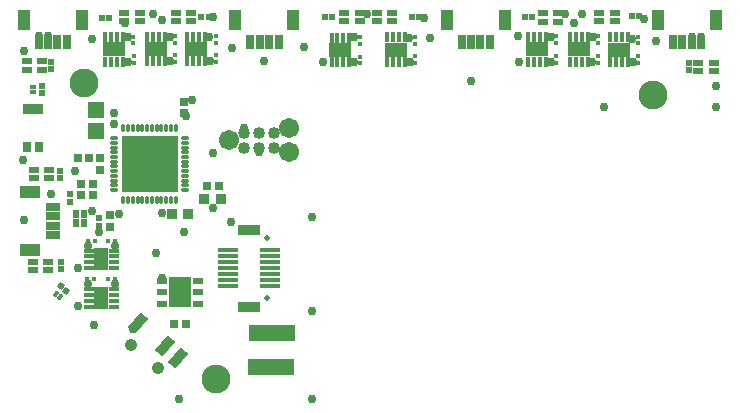
<source format=gts>
%FSTAX23Y23*%
%MOIN*%
%SFA1B1*%

%IPPOS*%
%AMD57*
4,1,4,0.013800,0.000900,-0.000900,0.013800,-0.013800,-0.000900,0.000900,-0.013800,0.013800,0.000900,0.0*
%
%AMD58*
4,1,4,-0.011600,-0.002800,-0.001200,-0.011900,0.011600,0.002800,0.001200,0.011900,-0.011600,-0.002800,0.0*
%
%AMD66*
4,1,4,0.008800,0.035500,-0.033900,-0.013500,-0.008800,-0.035500,0.033900,0.013500,0.008800,0.035500,0.0*
%
%ADD52R,0.156000X0.056000*%
%ADD53R,0.025680X0.045370*%
%ADD54R,0.041430X0.068990*%
%ADD55R,0.033560X0.021750*%
%ADD56R,0.056000X0.056000*%
G04~CAMADD=57~10~0.0~197.8~0.0~0.0~0.0~0.0~0~0.0~0.0~0.0~0.0~0~0.0~0.0~0.0~0.0~0~0.0~0.0~0.0~318.9~197.8~0.0*
%ADD57D57*%
G04~CAMADD=58~9~0.0~0.0~138.7~197.8~0.0~0.0~0~0.0~0.0~0.0~0.0~0~0.0~0.0~0.0~0.0~0~0.0~0.0~0.0~138.9~232.0~237.0*
%ADD58D58*%
%ADD59R,0.019780X0.019780*%
%ADD60R,0.019780X0.019780*%
%ADD61R,0.068990X0.037500*%
%ADD62R,0.031590X0.037500*%
%ADD63R,0.072930X0.045370*%
%ADD64R,0.017810X0.033560*%
%ADD65R,0.017810X0.016630*%
G04~CAMADD=66~9~0.0~0.0~650.6~335.6~0.0~0.0~0~0.0~0.0~0.0~0.0~0~0.0~0.0~0.0~0.0~0~0.0~0.0~0.0~48.9~678.0~709.0*
%ADD66D66*%
%ADD67R,0.074900X0.104430*%
%ADD68R,0.037500X0.021750*%
%ADD69R,0.068990X0.017810*%
%ADD70R,0.076870X0.037500*%
%ADD71R,0.033560X0.017810*%
%ADD72R,0.045370X0.072930*%
%ADD73R,0.016630X0.017810*%
%ADD74R,0.029620X0.025680*%
%ADD75C,0.039980*%
%ADD76R,0.068990X0.041430*%
%ADD77R,0.045370X0.025680*%
%ADD78R,0.022530X0.024110*%
%ADD79R,0.024500X0.026470*%
%ADD80R,0.025680X0.029620*%
%ADD81R,0.031590X0.025680*%
%ADD82R,0.035530X0.037500*%
%ADD83R,0.191040X0.191040*%
%ADD84O,0.013870X0.031590*%
%ADD85O,0.031590X0.013870*%
%ADD86R,0.019780X0.013870*%
%ADD87C,0.096000*%
%ADD88C,0.041430*%
%ADD89C,0.018800*%
%ADD90C,0.067020*%
%ADD91C,0.030000*%
%ADD92C,0.036000*%
%LNdextrems_v1-1*%
%LPD*%
G54D52*
X00852Y-01197D03*
X00853Y-01085D03*
G54D53*
X00171Y-00116D03*
X00139D03*
X00108D03*
X00076D03*
X02191D03*
X02222D03*
X02254D03*
X02285D03*
X0158D03*
X01549D03*
X01517D03*
X01486D03*
X00876D03*
X00844D03*
X00813D03*
X00781D03*
G54D54*
X0022Y-00041D03*
X00027D03*
X02142D03*
X02335D03*
X0163D03*
X01437D03*
X00925D03*
X00732D03*
G54D55*
X00038Y-0018D03*
Y-00208D03*
X00089Y-0018D03*
Y-00208D03*
X02275Y-00185D03*
Y-00212D03*
X02326Y-00185D03*
Y-00212D03*
X01758Y-00019D03*
Y-00047D03*
X01809Y-00019D03*
Y-00047D03*
X00584Y-00046D03*
Y-00018D03*
X00533Y-00046D03*
Y-00018D03*
X01146Y-00045D03*
Y-00017D03*
X01095Y-00045D03*
Y-00017D03*
X00413Y-00045D03*
Y-00017D03*
X00362Y-00045D03*
Y-00017D03*
X00109Y-00875D03*
Y-00848D03*
X00058Y-00875D03*
Y-00848D03*
X0006Y-00542D03*
Y-00569D03*
X00111Y-00542D03*
Y-00569D03*
X01997Y-00045D03*
Y-00017D03*
X01945Y-00045D03*
Y-00017D03*
X01255Y-00045D03*
Y-00017D03*
X01204Y-00045D03*
Y-00017D03*
G54D56*
X00268Y-00343D03*
X00269Y-00412D03*
G54D57*
X00169Y-00944D03*
X00151Y-00928D03*
G54D58*
X00146Y-00964D03*
X00134Y-00954D03*
G54D59*
X02244Y-00209D03*
Y-00186D03*
X00119Y-00206D03*
Y-00182D03*
X00151Y-00873D03*
Y-0085D03*
X00148Y-00567D03*
Y-00544D03*
X00088Y-00261D03*
Y-00285D03*
G54D60*
X01721Y-00033D03*
X01697D03*
X00619Y-00031D03*
X00643D03*
X01054D03*
X01031D03*
X00311Y-00034D03*
X00288D03*
X02054Y-00029D03*
X02077D03*
X0132Y-00031D03*
X01344D03*
G54D61*
X00057Y-00338D03*
G54D62*
X00076Y-00464D03*
X00038D03*
G54D63*
X00329Y-0014D03*
X00602Y-00139D03*
X01082Y-00142D03*
X01268Y-00142D03*
X01876Y-0014D03*
X0201Y-00141D03*
X01739Y-0014D03*
X00468Y-00139D03*
G54D64*
X00359Y-00181D03*
X00339D03*
X00319D03*
X00299D03*
Y-00099D03*
X00319D03*
X00339D03*
X00359D03*
X00631Y-00098D03*
X00611D03*
X00592D03*
X00572D03*
Y-0018D03*
X00592D03*
X00611D03*
X00631D03*
X01112Y-00183D03*
X01092D03*
X01072D03*
X01053D03*
Y-00101D03*
X01072D03*
X01092D03*
X01112D03*
X01297Y-00183D03*
X01277D03*
X01258D03*
X01238D03*
Y-001D03*
X01258D03*
X01277D03*
X01297D03*
X01906Y-00098D03*
X01886D03*
X01867D03*
X01847D03*
Y-00181D03*
X01867D03*
X01886D03*
X01906D03*
X0204Y-001D03*
X0202D03*
X02001D03*
X01981D03*
Y-00183D03*
X02001D03*
X0202D03*
X0204D03*
X01768Y-00098D03*
X01749D03*
X01729D03*
X01709D03*
Y-00181D03*
X01729D03*
X01749D03*
X01768D03*
X00497Y-00098D03*
X00477D03*
X00458D03*
X00438D03*
Y-0018D03*
X00458D03*
X00477D03*
X00497D03*
G54D65*
X00666Y-00096D03*
Y-00118D03*
Y-00183D03*
Y-0016D03*
X01146Y-00164D03*
Y-00186D03*
Y-00099D03*
Y-00122D03*
X01332Y-00121D03*
Y-00098D03*
X00532Y-00095D03*
Y-00118D03*
X02075Y-0012D03*
Y-00098D03*
X00532Y-00183D03*
Y-0016D03*
X01332Y-00185D03*
Y-00163D03*
X02075Y-00185D03*
Y-00163D03*
X01802Y-00119D03*
Y-00096D03*
X0194Y-00119D03*
Y-00096D03*
Y-00184D03*
Y-00161D03*
X01802Y-00184D03*
Y-00161D03*
X00392Y-00097D03*
Y-0012D03*
X00393Y-00186D03*
Y-00163D03*
G54D66*
X00407Y-01052D03*
X00496Y-0113D03*
X0054Y-01169D03*
G54D67*
X00549Y-0095D03*
G54D68*
X00489Y-00987D03*
Y-0095D03*
Y-00912D03*
X00608D03*
Y-0095D03*
Y-00987D03*
G54D69*
X00708Y-0081D03*
X00849D03*
X00708Y-00829D03*
X00849D03*
X00708Y-00849D03*
X00849D03*
X00708Y-00869D03*
X00849D03*
X00708Y-00889D03*
X00849D03*
X00708Y-00908D03*
X00849D03*
X00708Y-00928D03*
X00849D03*
G54D70*
X00779Y-00741D03*
Y-00997D03*
G54D71*
X00243Y-00938D03*
Y-00958D03*
Y-00978D03*
Y-00997D03*
X00326D03*
Y-00978D03*
Y-00958D03*
Y-00938D03*
X00244Y-00811D03*
Y-0083D03*
Y-0085D03*
Y-0087D03*
X00326D03*
Y-0085D03*
Y-0083D03*
Y-00811D03*
G54D72*
X00285Y-00968D03*
X00285Y-0084D03*
G54D73*
X00239Y-00904D03*
X00262D03*
X00331D03*
X00308D03*
X00241Y-00777D03*
X00263D03*
X0033D03*
X00308D03*
G54D74*
X00568Y-01054D03*
X00529D03*
X00218Y-00625D03*
X00258D03*
Y-0059D03*
X00218D03*
X00676Y-00596D03*
X00636D03*
G54D75*
X00761Y-00467D03*
Y-00417D03*
X00811Y-00467D03*
Y-00417D03*
X00861Y-00467D03*
Y-00417D03*
G54D76*
X00049Y-00808D03*
Y-00615D03*
G54D77*
X00124Y-00759D03*
Y-00727D03*
Y-00696D03*
Y-00664D03*
G54D78*
X00278Y-00701D03*
Y-00727D03*
X0018Y-00647D03*
Y-00622D03*
G54D79*
X00202Y-00687D03*
Y-0072D03*
X00228D03*
Y-00687D03*
G54D80*
X00315Y-00692D03*
Y-00732D03*
X00281Y-00502D03*
Y-00542D03*
X00561Y-00314D03*
Y-00353D03*
G54D81*
X00244Y-00502D03*
X00206D03*
G54D82*
X00629Y-00637D03*
X00683D03*
X00574Y-00688D03*
X00521D03*
G54D83*
X00446Y-00522D03*
G54D84*
X00533Y-00641D03*
X00517D03*
X00501D03*
X00485D03*
X0047D03*
X00454D03*
X00438D03*
X00422D03*
X00407D03*
X00391D03*
X00375D03*
X00359D03*
Y-00403D03*
X00375D03*
X00391D03*
X00407D03*
X00422D03*
X00438D03*
X00454D03*
X0047D03*
X00485D03*
X00501D03*
X00517D03*
X00533D03*
G54D85*
X00327Y-00609D03*
Y-00593D03*
Y-00577D03*
Y-00561D03*
Y-00546D03*
Y-0053D03*
Y-00514D03*
Y-00498D03*
Y-00483D03*
Y-00467D03*
Y-00451D03*
Y-00435D03*
X00565D03*
Y-00451D03*
Y-00467D03*
Y-00483D03*
Y-00498D03*
Y-00514D03*
Y-0053D03*
Y-00546D03*
Y-00561D03*
Y-00577D03*
Y-00593D03*
Y-00609D03*
G54D86*
X00057Y-00265D03*
Y-00281D03*
G54D87*
X00227Y-00251D03*
X00668Y-01237D03*
X02124Y-00291D03*
G54D88*
X00384Y-01124D03*
X00473Y-01201D03*
G54D89*
X00838Y-00768D03*
Y-00969D03*
G54D90*
X00711Y-00442D03*
X00911Y-00482D03*
Y-00402D03*
G54D91*
X00118Y-00622D03*
X00718Y-00716D03*
X00469Y-0082D03*
X00562Y-00749D03*
X02335Y-00261D03*
X01961Y-00333D03*
X02335Y-00332D03*
X01516Y-00246D03*
X0072Y-00134D03*
X00961Y-00133D03*
X00828Y-00178D03*
X00029Y-00145D03*
X00027Y-0071D03*
X00986Y-00697D03*
Y-01011D03*
Y-01304D03*
X00543D03*
X00262Y-01059D03*
X00761Y-00402D03*
X00196Y-00544D03*
X01785Y-001D03*
X00208Y-00994D03*
X00328Y-00388D03*
X02093Y-00037D03*
X02054Y-00104D03*
X02285Y-00098D03*
X02254Y-00097D03*
X02135Y-00113D03*
X01889Y-00021D03*
X01832Y-00021D03*
X01674Y-00096D03*
X01382Y-00103D03*
X01757Y-0014D03*
X0136Y-00035D03*
X01679Y-00181D03*
X01312Y-00102D03*
X01287Y-00142D03*
X01251Y-00142D03*
X011Y-00142D03*
X01067D03*
X01172Y-00021D03*
X01129Y-001D03*
X00364Y-00053D03*
X00656Y-00033D03*
X00458Y-00021D03*
X00489Y-00043D03*
X00253Y-00106D03*
X0033Y-00923D03*
X00331Y-00794D03*
X00025Y-00507D03*
X00253Y-00677D03*
X00346Y-0014D03*
X00645Y-001D03*
X00586Y-00139D03*
X00619Y-00139D03*
X00278Y-0075D03*
X00209Y-0087D03*
X02028Y-0014D03*
X01995Y-0014D03*
X01895Y-0014D03*
X01859D03*
X00485Y-00139D03*
X00451D03*
X00548Y-00975D03*
Y-00925D03*
X00284Y-00825D03*
X01023Y-00182D03*
X01313D03*
X00489Y-00902D03*
X00586Y-00309D03*
X00811Y-00482D03*
X00656Y-00485D03*
X00327Y-00353D03*
X0039Y-01072D03*
X00488Y-00685D03*
X02056Y-00183D03*
X01921Y-00181D03*
X01784Y-00181D03*
X01127Y-00182D03*
X00647Y-0018D03*
X00513D03*
X00374Y-00181D03*
X01862Y-00051D03*
X00108Y-00094D03*
X00076D03*
X01923Y-001D03*
X00515Y-00099D03*
X00375Y-001D03*
X00241Y-00795D03*
X00241Y-00922D03*
X00567Y-00363D03*
X00343Y-00689D03*
X00656Y-00667D03*
G54D92*
X00813Y-01201D03*
M02*
</source>
